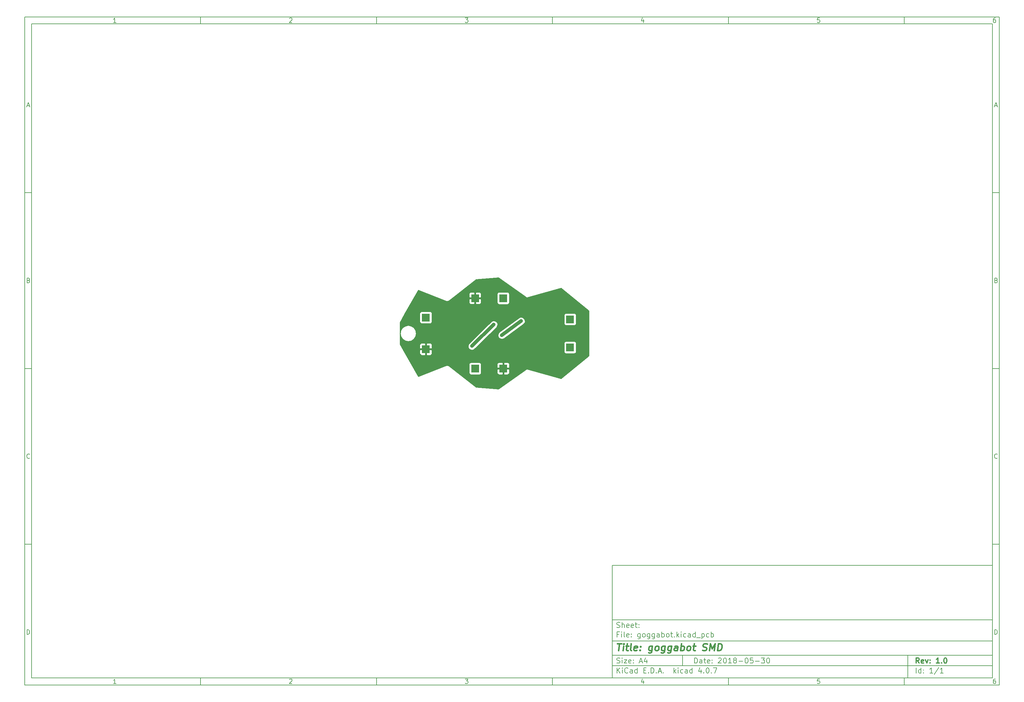
<source format=gbr>
G04 #@! TF.FileFunction,Copper,L2,Bot,Signal*
%FSLAX46Y46*%
G04 Gerber Fmt 4.6, Leading zero omitted, Abs format (unit mm)*
G04 Created by KiCad (PCBNEW 4.0.7) date 2018 May 30, Wednesday 19:48:18*
%MOMM*%
%LPD*%
G01*
G04 APERTURE LIST*
%ADD10C,0.100000*%
%ADD11C,0.150000*%
%ADD12C,0.300000*%
%ADD13C,0.400000*%
%ADD14R,2.235200X2.235200*%
%ADD15C,0.600000*%
%ADD16C,1.000000*%
%ADD17C,0.254000*%
G04 APERTURE END LIST*
D10*
D11*
X177002200Y-166007200D02*
X177002200Y-198007200D01*
X285002200Y-198007200D01*
X285002200Y-166007200D01*
X177002200Y-166007200D01*
D10*
D11*
X10000000Y-10000000D02*
X10000000Y-200007200D01*
X287002200Y-200007200D01*
X287002200Y-10000000D01*
X10000000Y-10000000D01*
D10*
D11*
X12000000Y-12000000D02*
X12000000Y-198007200D01*
X285002200Y-198007200D01*
X285002200Y-12000000D01*
X12000000Y-12000000D01*
D10*
D11*
X60000000Y-12000000D02*
X60000000Y-10000000D01*
D10*
D11*
X110000000Y-12000000D02*
X110000000Y-10000000D01*
D10*
D11*
X160000000Y-12000000D02*
X160000000Y-10000000D01*
D10*
D11*
X210000000Y-12000000D02*
X210000000Y-10000000D01*
D10*
D11*
X260000000Y-12000000D02*
X260000000Y-10000000D01*
D10*
D11*
X35990476Y-11588095D02*
X35247619Y-11588095D01*
X35619048Y-11588095D02*
X35619048Y-10288095D01*
X35495238Y-10473810D01*
X35371429Y-10597619D01*
X35247619Y-10659524D01*
D10*
D11*
X85247619Y-10411905D02*
X85309524Y-10350000D01*
X85433333Y-10288095D01*
X85742857Y-10288095D01*
X85866667Y-10350000D01*
X85928571Y-10411905D01*
X85990476Y-10535714D01*
X85990476Y-10659524D01*
X85928571Y-10845238D01*
X85185714Y-11588095D01*
X85990476Y-11588095D01*
D10*
D11*
X135185714Y-10288095D02*
X135990476Y-10288095D01*
X135557143Y-10783333D01*
X135742857Y-10783333D01*
X135866667Y-10845238D01*
X135928571Y-10907143D01*
X135990476Y-11030952D01*
X135990476Y-11340476D01*
X135928571Y-11464286D01*
X135866667Y-11526190D01*
X135742857Y-11588095D01*
X135371429Y-11588095D01*
X135247619Y-11526190D01*
X135185714Y-11464286D01*
D10*
D11*
X185866667Y-10721429D02*
X185866667Y-11588095D01*
X185557143Y-10226190D02*
X185247619Y-11154762D01*
X186052381Y-11154762D01*
D10*
D11*
X235928571Y-10288095D02*
X235309524Y-10288095D01*
X235247619Y-10907143D01*
X235309524Y-10845238D01*
X235433333Y-10783333D01*
X235742857Y-10783333D01*
X235866667Y-10845238D01*
X235928571Y-10907143D01*
X235990476Y-11030952D01*
X235990476Y-11340476D01*
X235928571Y-11464286D01*
X235866667Y-11526190D01*
X235742857Y-11588095D01*
X235433333Y-11588095D01*
X235309524Y-11526190D01*
X235247619Y-11464286D01*
D10*
D11*
X285866667Y-10288095D02*
X285619048Y-10288095D01*
X285495238Y-10350000D01*
X285433333Y-10411905D01*
X285309524Y-10597619D01*
X285247619Y-10845238D01*
X285247619Y-11340476D01*
X285309524Y-11464286D01*
X285371429Y-11526190D01*
X285495238Y-11588095D01*
X285742857Y-11588095D01*
X285866667Y-11526190D01*
X285928571Y-11464286D01*
X285990476Y-11340476D01*
X285990476Y-11030952D01*
X285928571Y-10907143D01*
X285866667Y-10845238D01*
X285742857Y-10783333D01*
X285495238Y-10783333D01*
X285371429Y-10845238D01*
X285309524Y-10907143D01*
X285247619Y-11030952D01*
D10*
D11*
X60000000Y-198007200D02*
X60000000Y-200007200D01*
D10*
D11*
X110000000Y-198007200D02*
X110000000Y-200007200D01*
D10*
D11*
X160000000Y-198007200D02*
X160000000Y-200007200D01*
D10*
D11*
X210000000Y-198007200D02*
X210000000Y-200007200D01*
D10*
D11*
X260000000Y-198007200D02*
X260000000Y-200007200D01*
D10*
D11*
X35990476Y-199595295D02*
X35247619Y-199595295D01*
X35619048Y-199595295D02*
X35619048Y-198295295D01*
X35495238Y-198481010D01*
X35371429Y-198604819D01*
X35247619Y-198666724D01*
D10*
D11*
X85247619Y-198419105D02*
X85309524Y-198357200D01*
X85433333Y-198295295D01*
X85742857Y-198295295D01*
X85866667Y-198357200D01*
X85928571Y-198419105D01*
X85990476Y-198542914D01*
X85990476Y-198666724D01*
X85928571Y-198852438D01*
X85185714Y-199595295D01*
X85990476Y-199595295D01*
D10*
D11*
X135185714Y-198295295D02*
X135990476Y-198295295D01*
X135557143Y-198790533D01*
X135742857Y-198790533D01*
X135866667Y-198852438D01*
X135928571Y-198914343D01*
X135990476Y-199038152D01*
X135990476Y-199347676D01*
X135928571Y-199471486D01*
X135866667Y-199533390D01*
X135742857Y-199595295D01*
X135371429Y-199595295D01*
X135247619Y-199533390D01*
X135185714Y-199471486D01*
D10*
D11*
X185866667Y-198728629D02*
X185866667Y-199595295D01*
X185557143Y-198233390D02*
X185247619Y-199161962D01*
X186052381Y-199161962D01*
D10*
D11*
X235928571Y-198295295D02*
X235309524Y-198295295D01*
X235247619Y-198914343D01*
X235309524Y-198852438D01*
X235433333Y-198790533D01*
X235742857Y-198790533D01*
X235866667Y-198852438D01*
X235928571Y-198914343D01*
X235990476Y-199038152D01*
X235990476Y-199347676D01*
X235928571Y-199471486D01*
X235866667Y-199533390D01*
X235742857Y-199595295D01*
X235433333Y-199595295D01*
X235309524Y-199533390D01*
X235247619Y-199471486D01*
D10*
D11*
X285866667Y-198295295D02*
X285619048Y-198295295D01*
X285495238Y-198357200D01*
X285433333Y-198419105D01*
X285309524Y-198604819D01*
X285247619Y-198852438D01*
X285247619Y-199347676D01*
X285309524Y-199471486D01*
X285371429Y-199533390D01*
X285495238Y-199595295D01*
X285742857Y-199595295D01*
X285866667Y-199533390D01*
X285928571Y-199471486D01*
X285990476Y-199347676D01*
X285990476Y-199038152D01*
X285928571Y-198914343D01*
X285866667Y-198852438D01*
X285742857Y-198790533D01*
X285495238Y-198790533D01*
X285371429Y-198852438D01*
X285309524Y-198914343D01*
X285247619Y-199038152D01*
D10*
D11*
X10000000Y-60000000D02*
X12000000Y-60000000D01*
D10*
D11*
X10000000Y-110000000D02*
X12000000Y-110000000D01*
D10*
D11*
X10000000Y-160000000D02*
X12000000Y-160000000D01*
D10*
D11*
X10690476Y-35216667D02*
X11309524Y-35216667D01*
X10566667Y-35588095D02*
X11000000Y-34288095D01*
X11433333Y-35588095D01*
D10*
D11*
X11092857Y-84907143D02*
X11278571Y-84969048D01*
X11340476Y-85030952D01*
X11402381Y-85154762D01*
X11402381Y-85340476D01*
X11340476Y-85464286D01*
X11278571Y-85526190D01*
X11154762Y-85588095D01*
X10659524Y-85588095D01*
X10659524Y-84288095D01*
X11092857Y-84288095D01*
X11216667Y-84350000D01*
X11278571Y-84411905D01*
X11340476Y-84535714D01*
X11340476Y-84659524D01*
X11278571Y-84783333D01*
X11216667Y-84845238D01*
X11092857Y-84907143D01*
X10659524Y-84907143D01*
D10*
D11*
X11402381Y-135464286D02*
X11340476Y-135526190D01*
X11154762Y-135588095D01*
X11030952Y-135588095D01*
X10845238Y-135526190D01*
X10721429Y-135402381D01*
X10659524Y-135278571D01*
X10597619Y-135030952D01*
X10597619Y-134845238D01*
X10659524Y-134597619D01*
X10721429Y-134473810D01*
X10845238Y-134350000D01*
X11030952Y-134288095D01*
X11154762Y-134288095D01*
X11340476Y-134350000D01*
X11402381Y-134411905D01*
D10*
D11*
X10659524Y-185588095D02*
X10659524Y-184288095D01*
X10969048Y-184288095D01*
X11154762Y-184350000D01*
X11278571Y-184473810D01*
X11340476Y-184597619D01*
X11402381Y-184845238D01*
X11402381Y-185030952D01*
X11340476Y-185278571D01*
X11278571Y-185402381D01*
X11154762Y-185526190D01*
X10969048Y-185588095D01*
X10659524Y-185588095D01*
D10*
D11*
X287002200Y-60000000D02*
X285002200Y-60000000D01*
D10*
D11*
X287002200Y-110000000D02*
X285002200Y-110000000D01*
D10*
D11*
X287002200Y-160000000D02*
X285002200Y-160000000D01*
D10*
D11*
X285692676Y-35216667D02*
X286311724Y-35216667D01*
X285568867Y-35588095D02*
X286002200Y-34288095D01*
X286435533Y-35588095D01*
D10*
D11*
X286095057Y-84907143D02*
X286280771Y-84969048D01*
X286342676Y-85030952D01*
X286404581Y-85154762D01*
X286404581Y-85340476D01*
X286342676Y-85464286D01*
X286280771Y-85526190D01*
X286156962Y-85588095D01*
X285661724Y-85588095D01*
X285661724Y-84288095D01*
X286095057Y-84288095D01*
X286218867Y-84350000D01*
X286280771Y-84411905D01*
X286342676Y-84535714D01*
X286342676Y-84659524D01*
X286280771Y-84783333D01*
X286218867Y-84845238D01*
X286095057Y-84907143D01*
X285661724Y-84907143D01*
D10*
D11*
X286404581Y-135464286D02*
X286342676Y-135526190D01*
X286156962Y-135588095D01*
X286033152Y-135588095D01*
X285847438Y-135526190D01*
X285723629Y-135402381D01*
X285661724Y-135278571D01*
X285599819Y-135030952D01*
X285599819Y-134845238D01*
X285661724Y-134597619D01*
X285723629Y-134473810D01*
X285847438Y-134350000D01*
X286033152Y-134288095D01*
X286156962Y-134288095D01*
X286342676Y-134350000D01*
X286404581Y-134411905D01*
D10*
D11*
X285661724Y-185588095D02*
X285661724Y-184288095D01*
X285971248Y-184288095D01*
X286156962Y-184350000D01*
X286280771Y-184473810D01*
X286342676Y-184597619D01*
X286404581Y-184845238D01*
X286404581Y-185030952D01*
X286342676Y-185278571D01*
X286280771Y-185402381D01*
X286156962Y-185526190D01*
X285971248Y-185588095D01*
X285661724Y-185588095D01*
D10*
D11*
X200359343Y-193785771D02*
X200359343Y-192285771D01*
X200716486Y-192285771D01*
X200930771Y-192357200D01*
X201073629Y-192500057D01*
X201145057Y-192642914D01*
X201216486Y-192928629D01*
X201216486Y-193142914D01*
X201145057Y-193428629D01*
X201073629Y-193571486D01*
X200930771Y-193714343D01*
X200716486Y-193785771D01*
X200359343Y-193785771D01*
X202502200Y-193785771D02*
X202502200Y-193000057D01*
X202430771Y-192857200D01*
X202287914Y-192785771D01*
X202002200Y-192785771D01*
X201859343Y-192857200D01*
X202502200Y-193714343D02*
X202359343Y-193785771D01*
X202002200Y-193785771D01*
X201859343Y-193714343D01*
X201787914Y-193571486D01*
X201787914Y-193428629D01*
X201859343Y-193285771D01*
X202002200Y-193214343D01*
X202359343Y-193214343D01*
X202502200Y-193142914D01*
X203002200Y-192785771D02*
X203573629Y-192785771D01*
X203216486Y-192285771D02*
X203216486Y-193571486D01*
X203287914Y-193714343D01*
X203430772Y-193785771D01*
X203573629Y-193785771D01*
X204645057Y-193714343D02*
X204502200Y-193785771D01*
X204216486Y-193785771D01*
X204073629Y-193714343D01*
X204002200Y-193571486D01*
X204002200Y-193000057D01*
X204073629Y-192857200D01*
X204216486Y-192785771D01*
X204502200Y-192785771D01*
X204645057Y-192857200D01*
X204716486Y-193000057D01*
X204716486Y-193142914D01*
X204002200Y-193285771D01*
X205359343Y-193642914D02*
X205430771Y-193714343D01*
X205359343Y-193785771D01*
X205287914Y-193714343D01*
X205359343Y-193642914D01*
X205359343Y-193785771D01*
X205359343Y-192857200D02*
X205430771Y-192928629D01*
X205359343Y-193000057D01*
X205287914Y-192928629D01*
X205359343Y-192857200D01*
X205359343Y-193000057D01*
X207145057Y-192428629D02*
X207216486Y-192357200D01*
X207359343Y-192285771D01*
X207716486Y-192285771D01*
X207859343Y-192357200D01*
X207930772Y-192428629D01*
X208002200Y-192571486D01*
X208002200Y-192714343D01*
X207930772Y-192928629D01*
X207073629Y-193785771D01*
X208002200Y-193785771D01*
X208930771Y-192285771D02*
X209073628Y-192285771D01*
X209216485Y-192357200D01*
X209287914Y-192428629D01*
X209359343Y-192571486D01*
X209430771Y-192857200D01*
X209430771Y-193214343D01*
X209359343Y-193500057D01*
X209287914Y-193642914D01*
X209216485Y-193714343D01*
X209073628Y-193785771D01*
X208930771Y-193785771D01*
X208787914Y-193714343D01*
X208716485Y-193642914D01*
X208645057Y-193500057D01*
X208573628Y-193214343D01*
X208573628Y-192857200D01*
X208645057Y-192571486D01*
X208716485Y-192428629D01*
X208787914Y-192357200D01*
X208930771Y-192285771D01*
X210859342Y-193785771D02*
X210002199Y-193785771D01*
X210430771Y-193785771D02*
X210430771Y-192285771D01*
X210287914Y-192500057D01*
X210145056Y-192642914D01*
X210002199Y-192714343D01*
X211716485Y-192928629D02*
X211573627Y-192857200D01*
X211502199Y-192785771D01*
X211430770Y-192642914D01*
X211430770Y-192571486D01*
X211502199Y-192428629D01*
X211573627Y-192357200D01*
X211716485Y-192285771D01*
X212002199Y-192285771D01*
X212145056Y-192357200D01*
X212216485Y-192428629D01*
X212287913Y-192571486D01*
X212287913Y-192642914D01*
X212216485Y-192785771D01*
X212145056Y-192857200D01*
X212002199Y-192928629D01*
X211716485Y-192928629D01*
X211573627Y-193000057D01*
X211502199Y-193071486D01*
X211430770Y-193214343D01*
X211430770Y-193500057D01*
X211502199Y-193642914D01*
X211573627Y-193714343D01*
X211716485Y-193785771D01*
X212002199Y-193785771D01*
X212145056Y-193714343D01*
X212216485Y-193642914D01*
X212287913Y-193500057D01*
X212287913Y-193214343D01*
X212216485Y-193071486D01*
X212145056Y-193000057D01*
X212002199Y-192928629D01*
X212930770Y-193214343D02*
X214073627Y-193214343D01*
X215073627Y-192285771D02*
X215216484Y-192285771D01*
X215359341Y-192357200D01*
X215430770Y-192428629D01*
X215502199Y-192571486D01*
X215573627Y-192857200D01*
X215573627Y-193214343D01*
X215502199Y-193500057D01*
X215430770Y-193642914D01*
X215359341Y-193714343D01*
X215216484Y-193785771D01*
X215073627Y-193785771D01*
X214930770Y-193714343D01*
X214859341Y-193642914D01*
X214787913Y-193500057D01*
X214716484Y-193214343D01*
X214716484Y-192857200D01*
X214787913Y-192571486D01*
X214859341Y-192428629D01*
X214930770Y-192357200D01*
X215073627Y-192285771D01*
X216930770Y-192285771D02*
X216216484Y-192285771D01*
X216145055Y-193000057D01*
X216216484Y-192928629D01*
X216359341Y-192857200D01*
X216716484Y-192857200D01*
X216859341Y-192928629D01*
X216930770Y-193000057D01*
X217002198Y-193142914D01*
X217002198Y-193500057D01*
X216930770Y-193642914D01*
X216859341Y-193714343D01*
X216716484Y-193785771D01*
X216359341Y-193785771D01*
X216216484Y-193714343D01*
X216145055Y-193642914D01*
X217645055Y-193214343D02*
X218787912Y-193214343D01*
X219359341Y-192285771D02*
X220287912Y-192285771D01*
X219787912Y-192857200D01*
X220002198Y-192857200D01*
X220145055Y-192928629D01*
X220216484Y-193000057D01*
X220287912Y-193142914D01*
X220287912Y-193500057D01*
X220216484Y-193642914D01*
X220145055Y-193714343D01*
X220002198Y-193785771D01*
X219573626Y-193785771D01*
X219430769Y-193714343D01*
X219359341Y-193642914D01*
X221216483Y-192285771D02*
X221359340Y-192285771D01*
X221502197Y-192357200D01*
X221573626Y-192428629D01*
X221645055Y-192571486D01*
X221716483Y-192857200D01*
X221716483Y-193214343D01*
X221645055Y-193500057D01*
X221573626Y-193642914D01*
X221502197Y-193714343D01*
X221359340Y-193785771D01*
X221216483Y-193785771D01*
X221073626Y-193714343D01*
X221002197Y-193642914D01*
X220930769Y-193500057D01*
X220859340Y-193214343D01*
X220859340Y-192857200D01*
X220930769Y-192571486D01*
X221002197Y-192428629D01*
X221073626Y-192357200D01*
X221216483Y-192285771D01*
D10*
D11*
X177002200Y-194507200D02*
X285002200Y-194507200D01*
D10*
D11*
X178359343Y-196585771D02*
X178359343Y-195085771D01*
X179216486Y-196585771D02*
X178573629Y-195728629D01*
X179216486Y-195085771D02*
X178359343Y-195942914D01*
X179859343Y-196585771D02*
X179859343Y-195585771D01*
X179859343Y-195085771D02*
X179787914Y-195157200D01*
X179859343Y-195228629D01*
X179930771Y-195157200D01*
X179859343Y-195085771D01*
X179859343Y-195228629D01*
X181430772Y-196442914D02*
X181359343Y-196514343D01*
X181145057Y-196585771D01*
X181002200Y-196585771D01*
X180787915Y-196514343D01*
X180645057Y-196371486D01*
X180573629Y-196228629D01*
X180502200Y-195942914D01*
X180502200Y-195728629D01*
X180573629Y-195442914D01*
X180645057Y-195300057D01*
X180787915Y-195157200D01*
X181002200Y-195085771D01*
X181145057Y-195085771D01*
X181359343Y-195157200D01*
X181430772Y-195228629D01*
X182716486Y-196585771D02*
X182716486Y-195800057D01*
X182645057Y-195657200D01*
X182502200Y-195585771D01*
X182216486Y-195585771D01*
X182073629Y-195657200D01*
X182716486Y-196514343D02*
X182573629Y-196585771D01*
X182216486Y-196585771D01*
X182073629Y-196514343D01*
X182002200Y-196371486D01*
X182002200Y-196228629D01*
X182073629Y-196085771D01*
X182216486Y-196014343D01*
X182573629Y-196014343D01*
X182716486Y-195942914D01*
X184073629Y-196585771D02*
X184073629Y-195085771D01*
X184073629Y-196514343D02*
X183930772Y-196585771D01*
X183645058Y-196585771D01*
X183502200Y-196514343D01*
X183430772Y-196442914D01*
X183359343Y-196300057D01*
X183359343Y-195871486D01*
X183430772Y-195728629D01*
X183502200Y-195657200D01*
X183645058Y-195585771D01*
X183930772Y-195585771D01*
X184073629Y-195657200D01*
X185930772Y-195800057D02*
X186430772Y-195800057D01*
X186645058Y-196585771D02*
X185930772Y-196585771D01*
X185930772Y-195085771D01*
X186645058Y-195085771D01*
X187287915Y-196442914D02*
X187359343Y-196514343D01*
X187287915Y-196585771D01*
X187216486Y-196514343D01*
X187287915Y-196442914D01*
X187287915Y-196585771D01*
X188002201Y-196585771D02*
X188002201Y-195085771D01*
X188359344Y-195085771D01*
X188573629Y-195157200D01*
X188716487Y-195300057D01*
X188787915Y-195442914D01*
X188859344Y-195728629D01*
X188859344Y-195942914D01*
X188787915Y-196228629D01*
X188716487Y-196371486D01*
X188573629Y-196514343D01*
X188359344Y-196585771D01*
X188002201Y-196585771D01*
X189502201Y-196442914D02*
X189573629Y-196514343D01*
X189502201Y-196585771D01*
X189430772Y-196514343D01*
X189502201Y-196442914D01*
X189502201Y-196585771D01*
X190145058Y-196157200D02*
X190859344Y-196157200D01*
X190002201Y-196585771D02*
X190502201Y-195085771D01*
X191002201Y-196585771D01*
X191502201Y-196442914D02*
X191573629Y-196514343D01*
X191502201Y-196585771D01*
X191430772Y-196514343D01*
X191502201Y-196442914D01*
X191502201Y-196585771D01*
X194502201Y-196585771D02*
X194502201Y-195085771D01*
X194645058Y-196014343D02*
X195073629Y-196585771D01*
X195073629Y-195585771D02*
X194502201Y-196157200D01*
X195716487Y-196585771D02*
X195716487Y-195585771D01*
X195716487Y-195085771D02*
X195645058Y-195157200D01*
X195716487Y-195228629D01*
X195787915Y-195157200D01*
X195716487Y-195085771D01*
X195716487Y-195228629D01*
X197073630Y-196514343D02*
X196930773Y-196585771D01*
X196645059Y-196585771D01*
X196502201Y-196514343D01*
X196430773Y-196442914D01*
X196359344Y-196300057D01*
X196359344Y-195871486D01*
X196430773Y-195728629D01*
X196502201Y-195657200D01*
X196645059Y-195585771D01*
X196930773Y-195585771D01*
X197073630Y-195657200D01*
X198359344Y-196585771D02*
X198359344Y-195800057D01*
X198287915Y-195657200D01*
X198145058Y-195585771D01*
X197859344Y-195585771D01*
X197716487Y-195657200D01*
X198359344Y-196514343D02*
X198216487Y-196585771D01*
X197859344Y-196585771D01*
X197716487Y-196514343D01*
X197645058Y-196371486D01*
X197645058Y-196228629D01*
X197716487Y-196085771D01*
X197859344Y-196014343D01*
X198216487Y-196014343D01*
X198359344Y-195942914D01*
X199716487Y-196585771D02*
X199716487Y-195085771D01*
X199716487Y-196514343D02*
X199573630Y-196585771D01*
X199287916Y-196585771D01*
X199145058Y-196514343D01*
X199073630Y-196442914D01*
X199002201Y-196300057D01*
X199002201Y-195871486D01*
X199073630Y-195728629D01*
X199145058Y-195657200D01*
X199287916Y-195585771D01*
X199573630Y-195585771D01*
X199716487Y-195657200D01*
X202216487Y-195585771D02*
X202216487Y-196585771D01*
X201859344Y-195014343D02*
X201502201Y-196085771D01*
X202430773Y-196085771D01*
X203002201Y-196442914D02*
X203073629Y-196514343D01*
X203002201Y-196585771D01*
X202930772Y-196514343D01*
X203002201Y-196442914D01*
X203002201Y-196585771D01*
X204002201Y-195085771D02*
X204145058Y-195085771D01*
X204287915Y-195157200D01*
X204359344Y-195228629D01*
X204430773Y-195371486D01*
X204502201Y-195657200D01*
X204502201Y-196014343D01*
X204430773Y-196300057D01*
X204359344Y-196442914D01*
X204287915Y-196514343D01*
X204145058Y-196585771D01*
X204002201Y-196585771D01*
X203859344Y-196514343D01*
X203787915Y-196442914D01*
X203716487Y-196300057D01*
X203645058Y-196014343D01*
X203645058Y-195657200D01*
X203716487Y-195371486D01*
X203787915Y-195228629D01*
X203859344Y-195157200D01*
X204002201Y-195085771D01*
X205145058Y-196442914D02*
X205216486Y-196514343D01*
X205145058Y-196585771D01*
X205073629Y-196514343D01*
X205145058Y-196442914D01*
X205145058Y-196585771D01*
X205716487Y-195085771D02*
X206716487Y-195085771D01*
X206073630Y-196585771D01*
D10*
D11*
X177002200Y-191507200D02*
X285002200Y-191507200D01*
D10*
D12*
X264216486Y-193785771D02*
X263716486Y-193071486D01*
X263359343Y-193785771D02*
X263359343Y-192285771D01*
X263930771Y-192285771D01*
X264073629Y-192357200D01*
X264145057Y-192428629D01*
X264216486Y-192571486D01*
X264216486Y-192785771D01*
X264145057Y-192928629D01*
X264073629Y-193000057D01*
X263930771Y-193071486D01*
X263359343Y-193071486D01*
X265430771Y-193714343D02*
X265287914Y-193785771D01*
X265002200Y-193785771D01*
X264859343Y-193714343D01*
X264787914Y-193571486D01*
X264787914Y-193000057D01*
X264859343Y-192857200D01*
X265002200Y-192785771D01*
X265287914Y-192785771D01*
X265430771Y-192857200D01*
X265502200Y-193000057D01*
X265502200Y-193142914D01*
X264787914Y-193285771D01*
X266002200Y-192785771D02*
X266359343Y-193785771D01*
X266716485Y-192785771D01*
X267287914Y-193642914D02*
X267359342Y-193714343D01*
X267287914Y-193785771D01*
X267216485Y-193714343D01*
X267287914Y-193642914D01*
X267287914Y-193785771D01*
X267287914Y-192857200D02*
X267359342Y-192928629D01*
X267287914Y-193000057D01*
X267216485Y-192928629D01*
X267287914Y-192857200D01*
X267287914Y-193000057D01*
X269930771Y-193785771D02*
X269073628Y-193785771D01*
X269502200Y-193785771D02*
X269502200Y-192285771D01*
X269359343Y-192500057D01*
X269216485Y-192642914D01*
X269073628Y-192714343D01*
X270573628Y-193642914D02*
X270645056Y-193714343D01*
X270573628Y-193785771D01*
X270502199Y-193714343D01*
X270573628Y-193642914D01*
X270573628Y-193785771D01*
X271573628Y-192285771D02*
X271716485Y-192285771D01*
X271859342Y-192357200D01*
X271930771Y-192428629D01*
X272002200Y-192571486D01*
X272073628Y-192857200D01*
X272073628Y-193214343D01*
X272002200Y-193500057D01*
X271930771Y-193642914D01*
X271859342Y-193714343D01*
X271716485Y-193785771D01*
X271573628Y-193785771D01*
X271430771Y-193714343D01*
X271359342Y-193642914D01*
X271287914Y-193500057D01*
X271216485Y-193214343D01*
X271216485Y-192857200D01*
X271287914Y-192571486D01*
X271359342Y-192428629D01*
X271430771Y-192357200D01*
X271573628Y-192285771D01*
D10*
D11*
X178287914Y-193714343D02*
X178502200Y-193785771D01*
X178859343Y-193785771D01*
X179002200Y-193714343D01*
X179073629Y-193642914D01*
X179145057Y-193500057D01*
X179145057Y-193357200D01*
X179073629Y-193214343D01*
X179002200Y-193142914D01*
X178859343Y-193071486D01*
X178573629Y-193000057D01*
X178430771Y-192928629D01*
X178359343Y-192857200D01*
X178287914Y-192714343D01*
X178287914Y-192571486D01*
X178359343Y-192428629D01*
X178430771Y-192357200D01*
X178573629Y-192285771D01*
X178930771Y-192285771D01*
X179145057Y-192357200D01*
X179787914Y-193785771D02*
X179787914Y-192785771D01*
X179787914Y-192285771D02*
X179716485Y-192357200D01*
X179787914Y-192428629D01*
X179859342Y-192357200D01*
X179787914Y-192285771D01*
X179787914Y-192428629D01*
X180359343Y-192785771D02*
X181145057Y-192785771D01*
X180359343Y-193785771D01*
X181145057Y-193785771D01*
X182287914Y-193714343D02*
X182145057Y-193785771D01*
X181859343Y-193785771D01*
X181716486Y-193714343D01*
X181645057Y-193571486D01*
X181645057Y-193000057D01*
X181716486Y-192857200D01*
X181859343Y-192785771D01*
X182145057Y-192785771D01*
X182287914Y-192857200D01*
X182359343Y-193000057D01*
X182359343Y-193142914D01*
X181645057Y-193285771D01*
X183002200Y-193642914D02*
X183073628Y-193714343D01*
X183002200Y-193785771D01*
X182930771Y-193714343D01*
X183002200Y-193642914D01*
X183002200Y-193785771D01*
X183002200Y-192857200D02*
X183073628Y-192928629D01*
X183002200Y-193000057D01*
X182930771Y-192928629D01*
X183002200Y-192857200D01*
X183002200Y-193000057D01*
X184787914Y-193357200D02*
X185502200Y-193357200D01*
X184645057Y-193785771D02*
X185145057Y-192285771D01*
X185645057Y-193785771D01*
X186787914Y-192785771D02*
X186787914Y-193785771D01*
X186430771Y-192214343D02*
X186073628Y-193285771D01*
X187002200Y-193285771D01*
D10*
D11*
X263359343Y-196585771D02*
X263359343Y-195085771D01*
X264716486Y-196585771D02*
X264716486Y-195085771D01*
X264716486Y-196514343D02*
X264573629Y-196585771D01*
X264287915Y-196585771D01*
X264145057Y-196514343D01*
X264073629Y-196442914D01*
X264002200Y-196300057D01*
X264002200Y-195871486D01*
X264073629Y-195728629D01*
X264145057Y-195657200D01*
X264287915Y-195585771D01*
X264573629Y-195585771D01*
X264716486Y-195657200D01*
X265430772Y-196442914D02*
X265502200Y-196514343D01*
X265430772Y-196585771D01*
X265359343Y-196514343D01*
X265430772Y-196442914D01*
X265430772Y-196585771D01*
X265430772Y-195657200D02*
X265502200Y-195728629D01*
X265430772Y-195800057D01*
X265359343Y-195728629D01*
X265430772Y-195657200D01*
X265430772Y-195800057D01*
X268073629Y-196585771D02*
X267216486Y-196585771D01*
X267645058Y-196585771D02*
X267645058Y-195085771D01*
X267502201Y-195300057D01*
X267359343Y-195442914D01*
X267216486Y-195514343D01*
X269787914Y-195014343D02*
X268502200Y-196942914D01*
X271073629Y-196585771D02*
X270216486Y-196585771D01*
X270645058Y-196585771D02*
X270645058Y-195085771D01*
X270502201Y-195300057D01*
X270359343Y-195442914D01*
X270216486Y-195514343D01*
D10*
D11*
X177002200Y-187507200D02*
X285002200Y-187507200D01*
D10*
D13*
X178454581Y-188211962D02*
X179597438Y-188211962D01*
X178776010Y-190211962D02*
X179026010Y-188211962D01*
X180014105Y-190211962D02*
X180180771Y-188878629D01*
X180264105Y-188211962D02*
X180156962Y-188307200D01*
X180240295Y-188402438D01*
X180347439Y-188307200D01*
X180264105Y-188211962D01*
X180240295Y-188402438D01*
X180847438Y-188878629D02*
X181609343Y-188878629D01*
X181216486Y-188211962D02*
X181002200Y-189926248D01*
X181073630Y-190116724D01*
X181252201Y-190211962D01*
X181442677Y-190211962D01*
X182395058Y-190211962D02*
X182216487Y-190116724D01*
X182145057Y-189926248D01*
X182359343Y-188211962D01*
X183930772Y-190116724D02*
X183728391Y-190211962D01*
X183347439Y-190211962D01*
X183168867Y-190116724D01*
X183097438Y-189926248D01*
X183192676Y-189164343D01*
X183311724Y-188973867D01*
X183514105Y-188878629D01*
X183895057Y-188878629D01*
X184073629Y-188973867D01*
X184145057Y-189164343D01*
X184121248Y-189354819D01*
X183145057Y-189545295D01*
X184895057Y-190021486D02*
X184978392Y-190116724D01*
X184871248Y-190211962D01*
X184787915Y-190116724D01*
X184895057Y-190021486D01*
X184871248Y-190211962D01*
X185026010Y-188973867D02*
X185109344Y-189069105D01*
X185002200Y-189164343D01*
X184918867Y-189069105D01*
X185026010Y-188973867D01*
X185002200Y-189164343D01*
X188371248Y-188878629D02*
X188168867Y-190497676D01*
X188049820Y-190688152D01*
X187942677Y-190783390D01*
X187740296Y-190878629D01*
X187454582Y-190878629D01*
X187276010Y-190783390D01*
X188216487Y-190116724D02*
X188014106Y-190211962D01*
X187633154Y-190211962D01*
X187454583Y-190116724D01*
X187371248Y-190021486D01*
X187299820Y-189831010D01*
X187371248Y-189259581D01*
X187490296Y-189069105D01*
X187597440Y-188973867D01*
X187799820Y-188878629D01*
X188180772Y-188878629D01*
X188359344Y-188973867D01*
X189442678Y-190211962D02*
X189264107Y-190116724D01*
X189180772Y-190021486D01*
X189109344Y-189831010D01*
X189180772Y-189259581D01*
X189299820Y-189069105D01*
X189406964Y-188973867D01*
X189609344Y-188878629D01*
X189895058Y-188878629D01*
X190073630Y-188973867D01*
X190156963Y-189069105D01*
X190228391Y-189259581D01*
X190156963Y-189831010D01*
X190037915Y-190021486D01*
X189930773Y-190116724D01*
X189728392Y-190211962D01*
X189442678Y-190211962D01*
X191990296Y-188878629D02*
X191787915Y-190497676D01*
X191668868Y-190688152D01*
X191561725Y-190783390D01*
X191359344Y-190878629D01*
X191073630Y-190878629D01*
X190895058Y-190783390D01*
X191835535Y-190116724D02*
X191633154Y-190211962D01*
X191252202Y-190211962D01*
X191073631Y-190116724D01*
X190990296Y-190021486D01*
X190918868Y-189831010D01*
X190990296Y-189259581D01*
X191109344Y-189069105D01*
X191216488Y-188973867D01*
X191418868Y-188878629D01*
X191799820Y-188878629D01*
X191978392Y-188973867D01*
X193799820Y-188878629D02*
X193597439Y-190497676D01*
X193478392Y-190688152D01*
X193371249Y-190783390D01*
X193168868Y-190878629D01*
X192883154Y-190878629D01*
X192704582Y-190783390D01*
X193645059Y-190116724D02*
X193442678Y-190211962D01*
X193061726Y-190211962D01*
X192883155Y-190116724D01*
X192799820Y-190021486D01*
X192728392Y-189831010D01*
X192799820Y-189259581D01*
X192918868Y-189069105D01*
X193026012Y-188973867D01*
X193228392Y-188878629D01*
X193609344Y-188878629D01*
X193787916Y-188973867D01*
X195442678Y-190211962D02*
X195573630Y-189164343D01*
X195502202Y-188973867D01*
X195323630Y-188878629D01*
X194942678Y-188878629D01*
X194740297Y-188973867D01*
X195454583Y-190116724D02*
X195252202Y-190211962D01*
X194776012Y-190211962D01*
X194597440Y-190116724D01*
X194526011Y-189926248D01*
X194549821Y-189735771D01*
X194668868Y-189545295D01*
X194871250Y-189450057D01*
X195347440Y-189450057D01*
X195549821Y-189354819D01*
X196395059Y-190211962D02*
X196645059Y-188211962D01*
X196549821Y-188973867D02*
X196752202Y-188878629D01*
X197133154Y-188878629D01*
X197311726Y-188973867D01*
X197395059Y-189069105D01*
X197466487Y-189259581D01*
X197395059Y-189831010D01*
X197276011Y-190021486D01*
X197168869Y-190116724D01*
X196966488Y-190211962D01*
X196585536Y-190211962D01*
X196406964Y-190116724D01*
X198490298Y-190211962D02*
X198311727Y-190116724D01*
X198228392Y-190021486D01*
X198156964Y-189831010D01*
X198228392Y-189259581D01*
X198347440Y-189069105D01*
X198454584Y-188973867D01*
X198656964Y-188878629D01*
X198942678Y-188878629D01*
X199121250Y-188973867D01*
X199204583Y-189069105D01*
X199276011Y-189259581D01*
X199204583Y-189831010D01*
X199085535Y-190021486D01*
X198978393Y-190116724D01*
X198776012Y-190211962D01*
X198490298Y-190211962D01*
X199895059Y-188878629D02*
X200656964Y-188878629D01*
X200264107Y-188211962D02*
X200049821Y-189926248D01*
X200121251Y-190116724D01*
X200299822Y-190211962D01*
X200490298Y-190211962D01*
X202597441Y-190116724D02*
X202871251Y-190211962D01*
X203347441Y-190211962D01*
X203549822Y-190116724D01*
X203656964Y-190021486D01*
X203776013Y-189831010D01*
X203799822Y-189640533D01*
X203728393Y-189450057D01*
X203645060Y-189354819D01*
X203466488Y-189259581D01*
X203097441Y-189164343D01*
X202918870Y-189069105D01*
X202835536Y-188973867D01*
X202764107Y-188783390D01*
X202787917Y-188592914D01*
X202906964Y-188402438D01*
X203014108Y-188307200D01*
X203216489Y-188211962D01*
X203692679Y-188211962D01*
X203966489Y-188307200D01*
X204585536Y-190211962D02*
X204835536Y-188211962D01*
X205323631Y-189640533D01*
X206168870Y-188211962D01*
X205918870Y-190211962D01*
X206871250Y-190211962D02*
X207121250Y-188211962D01*
X207597441Y-188211962D01*
X207871250Y-188307200D01*
X208037917Y-188497676D01*
X208109346Y-188688152D01*
X208156965Y-189069105D01*
X208121251Y-189354819D01*
X207978394Y-189735771D01*
X207859345Y-189926248D01*
X207645060Y-190116724D01*
X207347441Y-190211962D01*
X206871250Y-190211962D01*
D10*
D11*
X178859343Y-185600057D02*
X178359343Y-185600057D01*
X178359343Y-186385771D02*
X178359343Y-184885771D01*
X179073629Y-184885771D01*
X179645057Y-186385771D02*
X179645057Y-185385771D01*
X179645057Y-184885771D02*
X179573628Y-184957200D01*
X179645057Y-185028629D01*
X179716485Y-184957200D01*
X179645057Y-184885771D01*
X179645057Y-185028629D01*
X180573629Y-186385771D02*
X180430771Y-186314343D01*
X180359343Y-186171486D01*
X180359343Y-184885771D01*
X181716485Y-186314343D02*
X181573628Y-186385771D01*
X181287914Y-186385771D01*
X181145057Y-186314343D01*
X181073628Y-186171486D01*
X181073628Y-185600057D01*
X181145057Y-185457200D01*
X181287914Y-185385771D01*
X181573628Y-185385771D01*
X181716485Y-185457200D01*
X181787914Y-185600057D01*
X181787914Y-185742914D01*
X181073628Y-185885771D01*
X182430771Y-186242914D02*
X182502199Y-186314343D01*
X182430771Y-186385771D01*
X182359342Y-186314343D01*
X182430771Y-186242914D01*
X182430771Y-186385771D01*
X182430771Y-185457200D02*
X182502199Y-185528629D01*
X182430771Y-185600057D01*
X182359342Y-185528629D01*
X182430771Y-185457200D01*
X182430771Y-185600057D01*
X184930771Y-185385771D02*
X184930771Y-186600057D01*
X184859342Y-186742914D01*
X184787914Y-186814343D01*
X184645057Y-186885771D01*
X184430771Y-186885771D01*
X184287914Y-186814343D01*
X184930771Y-186314343D02*
X184787914Y-186385771D01*
X184502200Y-186385771D01*
X184359342Y-186314343D01*
X184287914Y-186242914D01*
X184216485Y-186100057D01*
X184216485Y-185671486D01*
X184287914Y-185528629D01*
X184359342Y-185457200D01*
X184502200Y-185385771D01*
X184787914Y-185385771D01*
X184930771Y-185457200D01*
X185859343Y-186385771D02*
X185716485Y-186314343D01*
X185645057Y-186242914D01*
X185573628Y-186100057D01*
X185573628Y-185671486D01*
X185645057Y-185528629D01*
X185716485Y-185457200D01*
X185859343Y-185385771D01*
X186073628Y-185385771D01*
X186216485Y-185457200D01*
X186287914Y-185528629D01*
X186359343Y-185671486D01*
X186359343Y-186100057D01*
X186287914Y-186242914D01*
X186216485Y-186314343D01*
X186073628Y-186385771D01*
X185859343Y-186385771D01*
X187645057Y-185385771D02*
X187645057Y-186600057D01*
X187573628Y-186742914D01*
X187502200Y-186814343D01*
X187359343Y-186885771D01*
X187145057Y-186885771D01*
X187002200Y-186814343D01*
X187645057Y-186314343D02*
X187502200Y-186385771D01*
X187216486Y-186385771D01*
X187073628Y-186314343D01*
X187002200Y-186242914D01*
X186930771Y-186100057D01*
X186930771Y-185671486D01*
X187002200Y-185528629D01*
X187073628Y-185457200D01*
X187216486Y-185385771D01*
X187502200Y-185385771D01*
X187645057Y-185457200D01*
X189002200Y-185385771D02*
X189002200Y-186600057D01*
X188930771Y-186742914D01*
X188859343Y-186814343D01*
X188716486Y-186885771D01*
X188502200Y-186885771D01*
X188359343Y-186814343D01*
X189002200Y-186314343D02*
X188859343Y-186385771D01*
X188573629Y-186385771D01*
X188430771Y-186314343D01*
X188359343Y-186242914D01*
X188287914Y-186100057D01*
X188287914Y-185671486D01*
X188359343Y-185528629D01*
X188430771Y-185457200D01*
X188573629Y-185385771D01*
X188859343Y-185385771D01*
X189002200Y-185457200D01*
X190359343Y-186385771D02*
X190359343Y-185600057D01*
X190287914Y-185457200D01*
X190145057Y-185385771D01*
X189859343Y-185385771D01*
X189716486Y-185457200D01*
X190359343Y-186314343D02*
X190216486Y-186385771D01*
X189859343Y-186385771D01*
X189716486Y-186314343D01*
X189645057Y-186171486D01*
X189645057Y-186028629D01*
X189716486Y-185885771D01*
X189859343Y-185814343D01*
X190216486Y-185814343D01*
X190359343Y-185742914D01*
X191073629Y-186385771D02*
X191073629Y-184885771D01*
X191073629Y-185457200D02*
X191216486Y-185385771D01*
X191502200Y-185385771D01*
X191645057Y-185457200D01*
X191716486Y-185528629D01*
X191787915Y-185671486D01*
X191787915Y-186100057D01*
X191716486Y-186242914D01*
X191645057Y-186314343D01*
X191502200Y-186385771D01*
X191216486Y-186385771D01*
X191073629Y-186314343D01*
X192645058Y-186385771D02*
X192502200Y-186314343D01*
X192430772Y-186242914D01*
X192359343Y-186100057D01*
X192359343Y-185671486D01*
X192430772Y-185528629D01*
X192502200Y-185457200D01*
X192645058Y-185385771D01*
X192859343Y-185385771D01*
X193002200Y-185457200D01*
X193073629Y-185528629D01*
X193145058Y-185671486D01*
X193145058Y-186100057D01*
X193073629Y-186242914D01*
X193002200Y-186314343D01*
X192859343Y-186385771D01*
X192645058Y-186385771D01*
X193573629Y-185385771D02*
X194145058Y-185385771D01*
X193787915Y-184885771D02*
X193787915Y-186171486D01*
X193859343Y-186314343D01*
X194002201Y-186385771D01*
X194145058Y-186385771D01*
X194645058Y-186242914D02*
X194716486Y-186314343D01*
X194645058Y-186385771D01*
X194573629Y-186314343D01*
X194645058Y-186242914D01*
X194645058Y-186385771D01*
X195359344Y-186385771D02*
X195359344Y-184885771D01*
X195502201Y-185814343D02*
X195930772Y-186385771D01*
X195930772Y-185385771D02*
X195359344Y-185957200D01*
X196573630Y-186385771D02*
X196573630Y-185385771D01*
X196573630Y-184885771D02*
X196502201Y-184957200D01*
X196573630Y-185028629D01*
X196645058Y-184957200D01*
X196573630Y-184885771D01*
X196573630Y-185028629D01*
X197930773Y-186314343D02*
X197787916Y-186385771D01*
X197502202Y-186385771D01*
X197359344Y-186314343D01*
X197287916Y-186242914D01*
X197216487Y-186100057D01*
X197216487Y-185671486D01*
X197287916Y-185528629D01*
X197359344Y-185457200D01*
X197502202Y-185385771D01*
X197787916Y-185385771D01*
X197930773Y-185457200D01*
X199216487Y-186385771D02*
X199216487Y-185600057D01*
X199145058Y-185457200D01*
X199002201Y-185385771D01*
X198716487Y-185385771D01*
X198573630Y-185457200D01*
X199216487Y-186314343D02*
X199073630Y-186385771D01*
X198716487Y-186385771D01*
X198573630Y-186314343D01*
X198502201Y-186171486D01*
X198502201Y-186028629D01*
X198573630Y-185885771D01*
X198716487Y-185814343D01*
X199073630Y-185814343D01*
X199216487Y-185742914D01*
X200573630Y-186385771D02*
X200573630Y-184885771D01*
X200573630Y-186314343D02*
X200430773Y-186385771D01*
X200145059Y-186385771D01*
X200002201Y-186314343D01*
X199930773Y-186242914D01*
X199859344Y-186100057D01*
X199859344Y-185671486D01*
X199930773Y-185528629D01*
X200002201Y-185457200D01*
X200145059Y-185385771D01*
X200430773Y-185385771D01*
X200573630Y-185457200D01*
X200930773Y-186528629D02*
X202073630Y-186528629D01*
X202430773Y-185385771D02*
X202430773Y-186885771D01*
X202430773Y-185457200D02*
X202573630Y-185385771D01*
X202859344Y-185385771D01*
X203002201Y-185457200D01*
X203073630Y-185528629D01*
X203145059Y-185671486D01*
X203145059Y-186100057D01*
X203073630Y-186242914D01*
X203002201Y-186314343D01*
X202859344Y-186385771D01*
X202573630Y-186385771D01*
X202430773Y-186314343D01*
X204430773Y-186314343D02*
X204287916Y-186385771D01*
X204002202Y-186385771D01*
X203859344Y-186314343D01*
X203787916Y-186242914D01*
X203716487Y-186100057D01*
X203716487Y-185671486D01*
X203787916Y-185528629D01*
X203859344Y-185457200D01*
X204002202Y-185385771D01*
X204287916Y-185385771D01*
X204430773Y-185457200D01*
X205073630Y-186385771D02*
X205073630Y-184885771D01*
X205073630Y-185457200D02*
X205216487Y-185385771D01*
X205502201Y-185385771D01*
X205645058Y-185457200D01*
X205716487Y-185528629D01*
X205787916Y-185671486D01*
X205787916Y-186100057D01*
X205716487Y-186242914D01*
X205645058Y-186314343D01*
X205502201Y-186385771D01*
X205216487Y-186385771D01*
X205073630Y-186314343D01*
D10*
D11*
X177002200Y-181507200D02*
X285002200Y-181507200D01*
D10*
D11*
X178287914Y-183614343D02*
X178502200Y-183685771D01*
X178859343Y-183685771D01*
X179002200Y-183614343D01*
X179073629Y-183542914D01*
X179145057Y-183400057D01*
X179145057Y-183257200D01*
X179073629Y-183114343D01*
X179002200Y-183042914D01*
X178859343Y-182971486D01*
X178573629Y-182900057D01*
X178430771Y-182828629D01*
X178359343Y-182757200D01*
X178287914Y-182614343D01*
X178287914Y-182471486D01*
X178359343Y-182328629D01*
X178430771Y-182257200D01*
X178573629Y-182185771D01*
X178930771Y-182185771D01*
X179145057Y-182257200D01*
X179787914Y-183685771D02*
X179787914Y-182185771D01*
X180430771Y-183685771D02*
X180430771Y-182900057D01*
X180359342Y-182757200D01*
X180216485Y-182685771D01*
X180002200Y-182685771D01*
X179859342Y-182757200D01*
X179787914Y-182828629D01*
X181716485Y-183614343D02*
X181573628Y-183685771D01*
X181287914Y-183685771D01*
X181145057Y-183614343D01*
X181073628Y-183471486D01*
X181073628Y-182900057D01*
X181145057Y-182757200D01*
X181287914Y-182685771D01*
X181573628Y-182685771D01*
X181716485Y-182757200D01*
X181787914Y-182900057D01*
X181787914Y-183042914D01*
X181073628Y-183185771D01*
X183002199Y-183614343D02*
X182859342Y-183685771D01*
X182573628Y-183685771D01*
X182430771Y-183614343D01*
X182359342Y-183471486D01*
X182359342Y-182900057D01*
X182430771Y-182757200D01*
X182573628Y-182685771D01*
X182859342Y-182685771D01*
X183002199Y-182757200D01*
X183073628Y-182900057D01*
X183073628Y-183042914D01*
X182359342Y-183185771D01*
X183502199Y-182685771D02*
X184073628Y-182685771D01*
X183716485Y-182185771D02*
X183716485Y-183471486D01*
X183787913Y-183614343D01*
X183930771Y-183685771D01*
X184073628Y-183685771D01*
X184573628Y-183542914D02*
X184645056Y-183614343D01*
X184573628Y-183685771D01*
X184502199Y-183614343D01*
X184573628Y-183542914D01*
X184573628Y-183685771D01*
X184573628Y-182757200D02*
X184645056Y-182828629D01*
X184573628Y-182900057D01*
X184502199Y-182828629D01*
X184573628Y-182757200D01*
X184573628Y-182900057D01*
D10*
D11*
X197002200Y-191507200D02*
X197002200Y-194507200D01*
D10*
D11*
X261002200Y-191507200D02*
X261002200Y-198007200D01*
D14*
X146000000Y-90000000D03*
X146000000Y-110000000D03*
X124000000Y-104500000D03*
X124000000Y-95500000D03*
X165000000Y-104000000D03*
X165000000Y-96000000D03*
X138000000Y-110000000D03*
X138000000Y-90000000D03*
D15*
X143300000Y-97500000D03*
X137100000Y-103600000D03*
X151100000Y-96500000D03*
X145600000Y-100500000D03*
D16*
X143300000Y-97500000D02*
X137100000Y-103600000D01*
X145600000Y-100500000D02*
X151100000Y-96500000D01*
D17*
G36*
X152402524Y-89707887D02*
X152437034Y-89723410D01*
X152465831Y-89747960D01*
X152557959Y-89777803D01*
X152646274Y-89817527D01*
X152684098Y-89818662D01*
X152720097Y-89830323D01*
X152816633Y-89822639D01*
X152913427Y-89825543D01*
X152948804Y-89812118D01*
X152986528Y-89809115D01*
X162393586Y-87146935D01*
X170310284Y-93553785D01*
X170310284Y-106406234D01*
X162393596Y-112813076D01*
X152986550Y-110150565D01*
X152948806Y-110147559D01*
X152913408Y-110134127D01*
X152816632Y-110137034D01*
X152720120Y-110129348D01*
X152684101Y-110141014D01*
X152646255Y-110142151D01*
X152557959Y-110181870D01*
X152465851Y-110211703D01*
X152437038Y-110236266D01*
X152402507Y-110251799D01*
X144649419Y-115775960D01*
X138300880Y-115231854D01*
X130503028Y-109171546D01*
X130427150Y-109133543D01*
X130357560Y-109084982D01*
X130308744Y-109074242D01*
X130264051Y-109051858D01*
X130179406Y-109045785D01*
X130096529Y-109027551D01*
X130047319Y-109036309D01*
X129997463Y-109032732D01*
X129916942Y-109059512D01*
X129833390Y-109074382D01*
X121867653Y-112186758D01*
X119980949Y-108882400D01*
X136234960Y-108882400D01*
X136234960Y-111117600D01*
X136279238Y-111352917D01*
X136418310Y-111569041D01*
X136630510Y-111714031D01*
X136882400Y-111765040D01*
X139117600Y-111765040D01*
X139352917Y-111720762D01*
X139569041Y-111581690D01*
X139714031Y-111369490D01*
X139765040Y-111117600D01*
X139765040Y-110285750D01*
X144247400Y-110285750D01*
X144247400Y-111243910D01*
X144344073Y-111477299D01*
X144522702Y-111655927D01*
X144756091Y-111752600D01*
X145714250Y-111752600D01*
X145873000Y-111593850D01*
X145873000Y-110127000D01*
X146127000Y-110127000D01*
X146127000Y-111593850D01*
X146285750Y-111752600D01*
X147243909Y-111752600D01*
X147477298Y-111655927D01*
X147655927Y-111477299D01*
X147752600Y-111243910D01*
X147752600Y-110285750D01*
X147593850Y-110127000D01*
X146127000Y-110127000D01*
X145873000Y-110127000D01*
X144406150Y-110127000D01*
X144247400Y-110285750D01*
X139765040Y-110285750D01*
X139765040Y-108882400D01*
X139741274Y-108756090D01*
X144247400Y-108756090D01*
X144247400Y-109714250D01*
X144406150Y-109873000D01*
X145873000Y-109873000D01*
X145873000Y-108406150D01*
X146127000Y-108406150D01*
X146127000Y-109873000D01*
X147593850Y-109873000D01*
X147752600Y-109714250D01*
X147752600Y-108756090D01*
X147655927Y-108522701D01*
X147477298Y-108344073D01*
X147243909Y-108247400D01*
X146285750Y-108247400D01*
X146127000Y-108406150D01*
X145873000Y-108406150D01*
X145714250Y-108247400D01*
X144756091Y-108247400D01*
X144522702Y-108344073D01*
X144344073Y-108522701D01*
X144247400Y-108756090D01*
X139741274Y-108756090D01*
X139720762Y-108647083D01*
X139581690Y-108430959D01*
X139369490Y-108285969D01*
X139117600Y-108234960D01*
X136882400Y-108234960D01*
X136647083Y-108279238D01*
X136430959Y-108418310D01*
X136285969Y-108630510D01*
X136234960Y-108882400D01*
X119980949Y-108882400D01*
X117641866Y-104785750D01*
X122247400Y-104785750D01*
X122247400Y-105743910D01*
X122344073Y-105977299D01*
X122522702Y-106155927D01*
X122756091Y-106252600D01*
X123714250Y-106252600D01*
X123873000Y-106093850D01*
X123873000Y-104627000D01*
X124127000Y-104627000D01*
X124127000Y-106093850D01*
X124285750Y-106252600D01*
X125243909Y-106252600D01*
X125477298Y-106155927D01*
X125655927Y-105977299D01*
X125752600Y-105743910D01*
X125752600Y-104785750D01*
X125593850Y-104627000D01*
X124127000Y-104627000D01*
X123873000Y-104627000D01*
X122406150Y-104627000D01*
X122247400Y-104785750D01*
X117641866Y-104785750D01*
X116768469Y-103256090D01*
X122247400Y-103256090D01*
X122247400Y-104214250D01*
X122406150Y-104373000D01*
X123873000Y-104373000D01*
X123873000Y-102906150D01*
X124127000Y-102906150D01*
X124127000Y-104373000D01*
X125593850Y-104373000D01*
X125752600Y-104214250D01*
X125752600Y-103590773D01*
X135965038Y-103590773D01*
X136047900Y-104025806D01*
X136290936Y-104396015D01*
X136657144Y-104645037D01*
X137090773Y-104734962D01*
X137525806Y-104652100D01*
X137896015Y-104409064D01*
X139447705Y-102882400D01*
X163234960Y-102882400D01*
X163234960Y-105117600D01*
X163279238Y-105352917D01*
X163418310Y-105569041D01*
X163630510Y-105714031D01*
X163882400Y-105765040D01*
X166117600Y-105765040D01*
X166352917Y-105720762D01*
X166569041Y-105581690D01*
X166714031Y-105369490D01*
X166765040Y-105117600D01*
X166765040Y-102882400D01*
X166720762Y-102647083D01*
X166581690Y-102430959D01*
X166369490Y-102285969D01*
X166117600Y-102234960D01*
X163882400Y-102234960D01*
X163647083Y-102279238D01*
X163430959Y-102418310D01*
X163285969Y-102630510D01*
X163234960Y-102882400D01*
X139447705Y-102882400D01*
X142049080Y-100322983D01*
X144478889Y-100322983D01*
X144496487Y-100765487D01*
X144682085Y-101167575D01*
X145007427Y-101468030D01*
X145422983Y-101621111D01*
X145865487Y-101603513D01*
X146267575Y-101417915D01*
X151767575Y-97417916D01*
X152068030Y-97092573D01*
X152221110Y-96677018D01*
X152203513Y-96234513D01*
X152017915Y-95832425D01*
X151692573Y-95531970D01*
X151277017Y-95378889D01*
X150834512Y-95396487D01*
X150432425Y-95582085D01*
X144932425Y-99582085D01*
X144631970Y-99907427D01*
X144478889Y-100322983D01*
X142049080Y-100322983D01*
X144096015Y-98309064D01*
X144345038Y-97942856D01*
X144434962Y-97509227D01*
X144352100Y-97074194D01*
X144109064Y-96703985D01*
X143742856Y-96454962D01*
X143309227Y-96365038D01*
X142874194Y-96447900D01*
X142503985Y-96690936D01*
X136303985Y-102790936D01*
X136054963Y-103157144D01*
X135965038Y-103590773D01*
X125752600Y-103590773D01*
X125752600Y-103256090D01*
X125655927Y-103022701D01*
X125477298Y-102844073D01*
X125243909Y-102747400D01*
X124285750Y-102747400D01*
X124127000Y-102906150D01*
X123873000Y-102906150D01*
X123714250Y-102747400D01*
X122756091Y-102747400D01*
X122522702Y-102844073D01*
X122344073Y-103022701D01*
X122247400Y-103256090D01*
X116768469Y-103256090D01*
X116680331Y-103101727D01*
X116680331Y-100000000D01*
X116690000Y-100000000D01*
X116865838Y-100883999D01*
X117366583Y-101633417D01*
X118116001Y-102134162D01*
X119000000Y-102310000D01*
X119883999Y-102134162D01*
X120633417Y-101633417D01*
X121134162Y-100883999D01*
X121310000Y-100000000D01*
X121134162Y-99116001D01*
X120633417Y-98366583D01*
X119883999Y-97865838D01*
X119000000Y-97690000D01*
X118116001Y-97865838D01*
X117366583Y-98366583D01*
X116865838Y-99116001D01*
X116690000Y-100000000D01*
X116680331Y-100000000D01*
X116680331Y-96858292D01*
X118094002Y-94382400D01*
X122234960Y-94382400D01*
X122234960Y-96617600D01*
X122279238Y-96852917D01*
X122418310Y-97069041D01*
X122630510Y-97214031D01*
X122882400Y-97265040D01*
X125117600Y-97265040D01*
X125352917Y-97220762D01*
X125569041Y-97081690D01*
X125714031Y-96869490D01*
X125765040Y-96617600D01*
X125765040Y-94882400D01*
X163234960Y-94882400D01*
X163234960Y-97117600D01*
X163279238Y-97352917D01*
X163418310Y-97569041D01*
X163630510Y-97714031D01*
X163882400Y-97765040D01*
X166117600Y-97765040D01*
X166352917Y-97720762D01*
X166569041Y-97581690D01*
X166714031Y-97369490D01*
X166765040Y-97117600D01*
X166765040Y-94882400D01*
X166720762Y-94647083D01*
X166581690Y-94430959D01*
X166369490Y-94285969D01*
X166117600Y-94234960D01*
X163882400Y-94234960D01*
X163647083Y-94279238D01*
X163430959Y-94418310D01*
X163285969Y-94630510D01*
X163234960Y-94882400D01*
X125765040Y-94882400D01*
X125765040Y-94382400D01*
X125720762Y-94147083D01*
X125581690Y-93930959D01*
X125369490Y-93785969D01*
X125117600Y-93734960D01*
X122882400Y-93734960D01*
X122647083Y-93779238D01*
X122430959Y-93918310D01*
X122285969Y-94130510D01*
X122234960Y-94382400D01*
X118094002Y-94382400D01*
X121867653Y-87773260D01*
X129833390Y-90885636D01*
X129916942Y-90900506D01*
X129997463Y-90927286D01*
X130047319Y-90923709D01*
X130096529Y-90932467D01*
X130179406Y-90914233D01*
X130264051Y-90908160D01*
X130308744Y-90885776D01*
X130357560Y-90875036D01*
X130427150Y-90826475D01*
X130503028Y-90788472D01*
X131149884Y-90285750D01*
X136247400Y-90285750D01*
X136247400Y-91243910D01*
X136344073Y-91477299D01*
X136522702Y-91655927D01*
X136756091Y-91752600D01*
X137714250Y-91752600D01*
X137873000Y-91593850D01*
X137873000Y-90127000D01*
X138127000Y-90127000D01*
X138127000Y-91593850D01*
X138285750Y-91752600D01*
X139243909Y-91752600D01*
X139477298Y-91655927D01*
X139655927Y-91477299D01*
X139752600Y-91243910D01*
X139752600Y-90285750D01*
X139593850Y-90127000D01*
X138127000Y-90127000D01*
X137873000Y-90127000D01*
X136406150Y-90127000D01*
X136247400Y-90285750D01*
X131149884Y-90285750D01*
X133118111Y-88756090D01*
X136247400Y-88756090D01*
X136247400Y-89714250D01*
X136406150Y-89873000D01*
X137873000Y-89873000D01*
X137873000Y-88406150D01*
X138127000Y-88406150D01*
X138127000Y-89873000D01*
X139593850Y-89873000D01*
X139752600Y-89714250D01*
X139752600Y-88882400D01*
X144234960Y-88882400D01*
X144234960Y-91117600D01*
X144279238Y-91352917D01*
X144418310Y-91569041D01*
X144630510Y-91714031D01*
X144882400Y-91765040D01*
X147117600Y-91765040D01*
X147352917Y-91720762D01*
X147569041Y-91581690D01*
X147714031Y-91369490D01*
X147765040Y-91117600D01*
X147765040Y-88882400D01*
X147720762Y-88647083D01*
X147581690Y-88430959D01*
X147369490Y-88285969D01*
X147117600Y-88234960D01*
X144882400Y-88234960D01*
X144647083Y-88279238D01*
X144430959Y-88418310D01*
X144285969Y-88630510D01*
X144234960Y-88882400D01*
X139752600Y-88882400D01*
X139752600Y-88756090D01*
X139655927Y-88522701D01*
X139477298Y-88344073D01*
X139243909Y-88247400D01*
X138285750Y-88247400D01*
X138127000Y-88406150D01*
X137873000Y-88406150D01*
X137714250Y-88247400D01*
X136756091Y-88247400D01*
X136522702Y-88344073D01*
X136344073Y-88522701D01*
X136247400Y-88756090D01*
X133118111Y-88756090D01*
X138300878Y-84728165D01*
X144649429Y-84184059D01*
X152402524Y-89707887D01*
X152402524Y-89707887D01*
G37*
X152402524Y-89707887D02*
X152437034Y-89723410D01*
X152465831Y-89747960D01*
X152557959Y-89777803D01*
X152646274Y-89817527D01*
X152684098Y-89818662D01*
X152720097Y-89830323D01*
X152816633Y-89822639D01*
X152913427Y-89825543D01*
X152948804Y-89812118D01*
X152986528Y-89809115D01*
X162393586Y-87146935D01*
X170310284Y-93553785D01*
X170310284Y-106406234D01*
X162393596Y-112813076D01*
X152986550Y-110150565D01*
X152948806Y-110147559D01*
X152913408Y-110134127D01*
X152816632Y-110137034D01*
X152720120Y-110129348D01*
X152684101Y-110141014D01*
X152646255Y-110142151D01*
X152557959Y-110181870D01*
X152465851Y-110211703D01*
X152437038Y-110236266D01*
X152402507Y-110251799D01*
X144649419Y-115775960D01*
X138300880Y-115231854D01*
X130503028Y-109171546D01*
X130427150Y-109133543D01*
X130357560Y-109084982D01*
X130308744Y-109074242D01*
X130264051Y-109051858D01*
X130179406Y-109045785D01*
X130096529Y-109027551D01*
X130047319Y-109036309D01*
X129997463Y-109032732D01*
X129916942Y-109059512D01*
X129833390Y-109074382D01*
X121867653Y-112186758D01*
X119980949Y-108882400D01*
X136234960Y-108882400D01*
X136234960Y-111117600D01*
X136279238Y-111352917D01*
X136418310Y-111569041D01*
X136630510Y-111714031D01*
X136882400Y-111765040D01*
X139117600Y-111765040D01*
X139352917Y-111720762D01*
X139569041Y-111581690D01*
X139714031Y-111369490D01*
X139765040Y-111117600D01*
X139765040Y-110285750D01*
X144247400Y-110285750D01*
X144247400Y-111243910D01*
X144344073Y-111477299D01*
X144522702Y-111655927D01*
X144756091Y-111752600D01*
X145714250Y-111752600D01*
X145873000Y-111593850D01*
X145873000Y-110127000D01*
X146127000Y-110127000D01*
X146127000Y-111593850D01*
X146285750Y-111752600D01*
X147243909Y-111752600D01*
X147477298Y-111655927D01*
X147655927Y-111477299D01*
X147752600Y-111243910D01*
X147752600Y-110285750D01*
X147593850Y-110127000D01*
X146127000Y-110127000D01*
X145873000Y-110127000D01*
X144406150Y-110127000D01*
X144247400Y-110285750D01*
X139765040Y-110285750D01*
X139765040Y-108882400D01*
X139741274Y-108756090D01*
X144247400Y-108756090D01*
X144247400Y-109714250D01*
X144406150Y-109873000D01*
X145873000Y-109873000D01*
X145873000Y-108406150D01*
X146127000Y-108406150D01*
X146127000Y-109873000D01*
X147593850Y-109873000D01*
X147752600Y-109714250D01*
X147752600Y-108756090D01*
X147655927Y-108522701D01*
X147477298Y-108344073D01*
X147243909Y-108247400D01*
X146285750Y-108247400D01*
X146127000Y-108406150D01*
X145873000Y-108406150D01*
X145714250Y-108247400D01*
X144756091Y-108247400D01*
X144522702Y-108344073D01*
X144344073Y-108522701D01*
X144247400Y-108756090D01*
X139741274Y-108756090D01*
X139720762Y-108647083D01*
X139581690Y-108430959D01*
X139369490Y-108285969D01*
X139117600Y-108234960D01*
X136882400Y-108234960D01*
X136647083Y-108279238D01*
X136430959Y-108418310D01*
X136285969Y-108630510D01*
X136234960Y-108882400D01*
X119980949Y-108882400D01*
X117641866Y-104785750D01*
X122247400Y-104785750D01*
X122247400Y-105743910D01*
X122344073Y-105977299D01*
X122522702Y-106155927D01*
X122756091Y-106252600D01*
X123714250Y-106252600D01*
X123873000Y-106093850D01*
X123873000Y-104627000D01*
X124127000Y-104627000D01*
X124127000Y-106093850D01*
X124285750Y-106252600D01*
X125243909Y-106252600D01*
X125477298Y-106155927D01*
X125655927Y-105977299D01*
X125752600Y-105743910D01*
X125752600Y-104785750D01*
X125593850Y-104627000D01*
X124127000Y-104627000D01*
X123873000Y-104627000D01*
X122406150Y-104627000D01*
X122247400Y-104785750D01*
X117641866Y-104785750D01*
X116768469Y-103256090D01*
X122247400Y-103256090D01*
X122247400Y-104214250D01*
X122406150Y-104373000D01*
X123873000Y-104373000D01*
X123873000Y-102906150D01*
X124127000Y-102906150D01*
X124127000Y-104373000D01*
X125593850Y-104373000D01*
X125752600Y-104214250D01*
X125752600Y-103590773D01*
X135965038Y-103590773D01*
X136047900Y-104025806D01*
X136290936Y-104396015D01*
X136657144Y-104645037D01*
X137090773Y-104734962D01*
X137525806Y-104652100D01*
X137896015Y-104409064D01*
X139447705Y-102882400D01*
X163234960Y-102882400D01*
X163234960Y-105117600D01*
X163279238Y-105352917D01*
X163418310Y-105569041D01*
X163630510Y-105714031D01*
X163882400Y-105765040D01*
X166117600Y-105765040D01*
X166352917Y-105720762D01*
X166569041Y-105581690D01*
X166714031Y-105369490D01*
X166765040Y-105117600D01*
X166765040Y-102882400D01*
X166720762Y-102647083D01*
X166581690Y-102430959D01*
X166369490Y-102285969D01*
X166117600Y-102234960D01*
X163882400Y-102234960D01*
X163647083Y-102279238D01*
X163430959Y-102418310D01*
X163285969Y-102630510D01*
X163234960Y-102882400D01*
X139447705Y-102882400D01*
X142049080Y-100322983D01*
X144478889Y-100322983D01*
X144496487Y-100765487D01*
X144682085Y-101167575D01*
X145007427Y-101468030D01*
X145422983Y-101621111D01*
X145865487Y-101603513D01*
X146267575Y-101417915D01*
X151767575Y-97417916D01*
X152068030Y-97092573D01*
X152221110Y-96677018D01*
X152203513Y-96234513D01*
X152017915Y-95832425D01*
X151692573Y-95531970D01*
X151277017Y-95378889D01*
X150834512Y-95396487D01*
X150432425Y-95582085D01*
X144932425Y-99582085D01*
X144631970Y-99907427D01*
X144478889Y-100322983D01*
X142049080Y-100322983D01*
X144096015Y-98309064D01*
X144345038Y-97942856D01*
X144434962Y-97509227D01*
X144352100Y-97074194D01*
X144109064Y-96703985D01*
X143742856Y-96454962D01*
X143309227Y-96365038D01*
X142874194Y-96447900D01*
X142503985Y-96690936D01*
X136303985Y-102790936D01*
X136054963Y-103157144D01*
X135965038Y-103590773D01*
X125752600Y-103590773D01*
X125752600Y-103256090D01*
X125655927Y-103022701D01*
X125477298Y-102844073D01*
X125243909Y-102747400D01*
X124285750Y-102747400D01*
X124127000Y-102906150D01*
X123873000Y-102906150D01*
X123714250Y-102747400D01*
X122756091Y-102747400D01*
X122522702Y-102844073D01*
X122344073Y-103022701D01*
X122247400Y-103256090D01*
X116768469Y-103256090D01*
X116680331Y-103101727D01*
X116680331Y-100000000D01*
X116690000Y-100000000D01*
X116865838Y-100883999D01*
X117366583Y-101633417D01*
X118116001Y-102134162D01*
X119000000Y-102310000D01*
X119883999Y-102134162D01*
X120633417Y-101633417D01*
X121134162Y-100883999D01*
X121310000Y-100000000D01*
X121134162Y-99116001D01*
X120633417Y-98366583D01*
X119883999Y-97865838D01*
X119000000Y-97690000D01*
X118116001Y-97865838D01*
X117366583Y-98366583D01*
X116865838Y-99116001D01*
X116690000Y-100000000D01*
X116680331Y-100000000D01*
X116680331Y-96858292D01*
X118094002Y-94382400D01*
X122234960Y-94382400D01*
X122234960Y-96617600D01*
X122279238Y-96852917D01*
X122418310Y-97069041D01*
X122630510Y-97214031D01*
X122882400Y-97265040D01*
X125117600Y-97265040D01*
X125352917Y-97220762D01*
X125569041Y-97081690D01*
X125714031Y-96869490D01*
X125765040Y-96617600D01*
X125765040Y-94882400D01*
X163234960Y-94882400D01*
X163234960Y-97117600D01*
X163279238Y-97352917D01*
X163418310Y-97569041D01*
X163630510Y-97714031D01*
X163882400Y-97765040D01*
X166117600Y-97765040D01*
X166352917Y-97720762D01*
X166569041Y-97581690D01*
X166714031Y-97369490D01*
X166765040Y-97117600D01*
X166765040Y-94882400D01*
X166720762Y-94647083D01*
X166581690Y-94430959D01*
X166369490Y-94285969D01*
X166117600Y-94234960D01*
X163882400Y-94234960D01*
X163647083Y-94279238D01*
X163430959Y-94418310D01*
X163285969Y-94630510D01*
X163234960Y-94882400D01*
X125765040Y-94882400D01*
X125765040Y-94382400D01*
X125720762Y-94147083D01*
X125581690Y-93930959D01*
X125369490Y-93785969D01*
X125117600Y-93734960D01*
X122882400Y-93734960D01*
X122647083Y-93779238D01*
X122430959Y-93918310D01*
X122285969Y-94130510D01*
X122234960Y-94382400D01*
X118094002Y-94382400D01*
X121867653Y-87773260D01*
X129833390Y-90885636D01*
X129916942Y-90900506D01*
X129997463Y-90927286D01*
X130047319Y-90923709D01*
X130096529Y-90932467D01*
X130179406Y-90914233D01*
X130264051Y-90908160D01*
X130308744Y-90885776D01*
X130357560Y-90875036D01*
X130427150Y-90826475D01*
X130503028Y-90788472D01*
X131149884Y-90285750D01*
X136247400Y-90285750D01*
X136247400Y-91243910D01*
X136344073Y-91477299D01*
X136522702Y-91655927D01*
X136756091Y-91752600D01*
X137714250Y-91752600D01*
X137873000Y-91593850D01*
X137873000Y-90127000D01*
X138127000Y-90127000D01*
X138127000Y-91593850D01*
X138285750Y-91752600D01*
X139243909Y-91752600D01*
X139477298Y-91655927D01*
X139655927Y-91477299D01*
X139752600Y-91243910D01*
X139752600Y-90285750D01*
X139593850Y-90127000D01*
X138127000Y-90127000D01*
X137873000Y-90127000D01*
X136406150Y-90127000D01*
X136247400Y-90285750D01*
X131149884Y-90285750D01*
X133118111Y-88756090D01*
X136247400Y-88756090D01*
X136247400Y-89714250D01*
X136406150Y-89873000D01*
X137873000Y-89873000D01*
X137873000Y-88406150D01*
X138127000Y-88406150D01*
X138127000Y-89873000D01*
X139593850Y-89873000D01*
X139752600Y-89714250D01*
X139752600Y-88882400D01*
X144234960Y-88882400D01*
X144234960Y-91117600D01*
X144279238Y-91352917D01*
X144418310Y-91569041D01*
X144630510Y-91714031D01*
X144882400Y-91765040D01*
X147117600Y-91765040D01*
X147352917Y-91720762D01*
X147569041Y-91581690D01*
X147714031Y-91369490D01*
X147765040Y-91117600D01*
X147765040Y-88882400D01*
X147720762Y-88647083D01*
X147581690Y-88430959D01*
X147369490Y-88285969D01*
X147117600Y-88234960D01*
X144882400Y-88234960D01*
X144647083Y-88279238D01*
X144430959Y-88418310D01*
X144285969Y-88630510D01*
X144234960Y-88882400D01*
X139752600Y-88882400D01*
X139752600Y-88756090D01*
X139655927Y-88522701D01*
X139477298Y-88344073D01*
X139243909Y-88247400D01*
X138285750Y-88247400D01*
X138127000Y-88406150D01*
X137873000Y-88406150D01*
X137714250Y-88247400D01*
X136756091Y-88247400D01*
X136522702Y-88344073D01*
X136344073Y-88522701D01*
X136247400Y-88756090D01*
X133118111Y-88756090D01*
X138300878Y-84728165D01*
X144649429Y-84184059D01*
X152402524Y-89707887D01*
M02*

</source>
